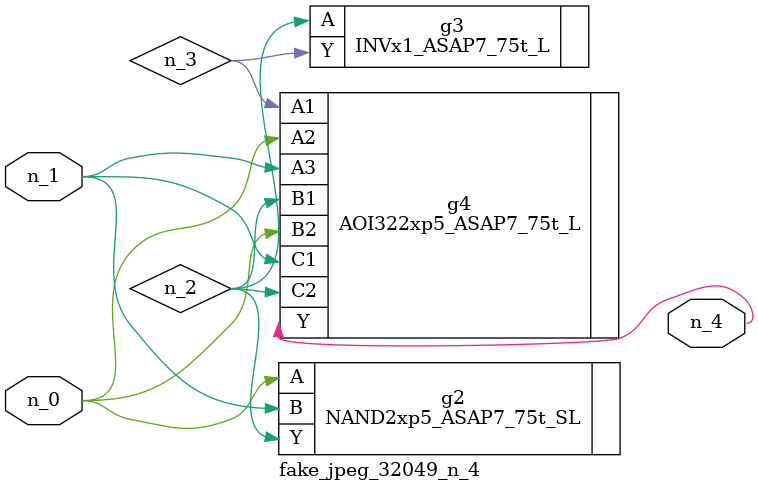
<source format=v>
module fake_jpeg_32049_n_4 (n_0, n_1, n_4);

input n_0;
input n_1;

output n_4;

wire n_2;
wire n_3;

NAND2xp5_ASAP7_75t_SL g2 ( 
.A(n_0),
.B(n_1),
.Y(n_2)
);

INVx1_ASAP7_75t_L g3 ( 
.A(n_2),
.Y(n_3)
);

AOI322xp5_ASAP7_75t_L g4 ( 
.A1(n_3),
.A2(n_0),
.A3(n_1),
.B1(n_2),
.B2(n_0),
.C1(n_1),
.C2(n_2),
.Y(n_4)
);


endmodule
</source>
